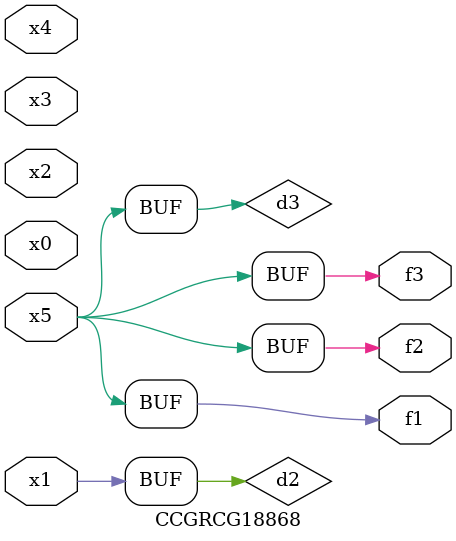
<source format=v>
module CCGRCG18868(
	input x0, x1, x2, x3, x4, x5,
	output f1, f2, f3
);

	wire d1, d2, d3;

	not (d1, x5);
	or (d2, x1);
	xnor (d3, d1);
	assign f1 = d3;
	assign f2 = d3;
	assign f3 = d3;
endmodule

</source>
